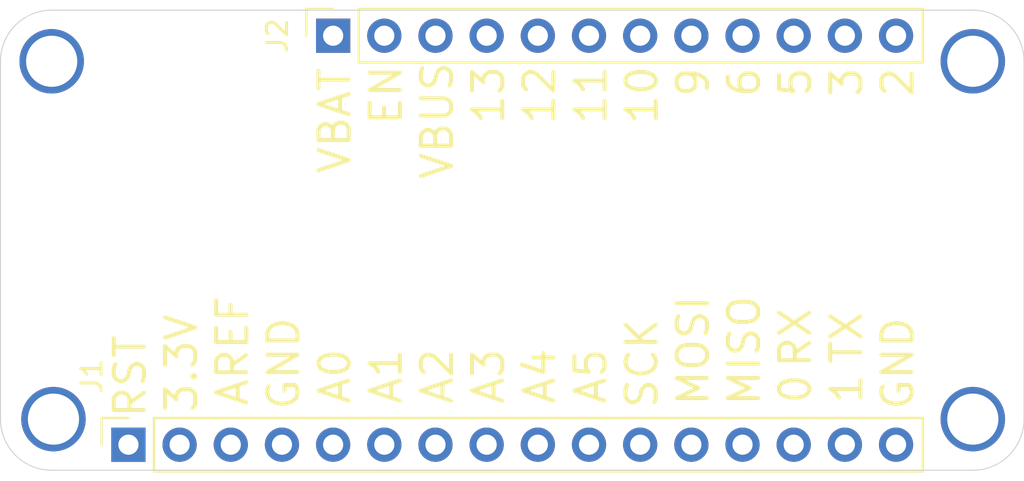
<source format=kicad_pcb>
(kicad_pcb (version 20221018) (generator pcbnew)
  (layers (0 "F.Cu" signal) (31 "B.Cu" signal) (34 "B.Paste" user) (35 "F.Paste" user) (36 "B.SilkS" user "B.Silkscreen") (37 "F.SilkS" user "F.Silkscreen") (38 "B.Mask" user) (39 "F.Mask" user) (44 "Edge.Cuts" user))
  (net 0 "")
  (net 1 "/GND")
  (net 2 "/1 TX")
  (net 3 "/0 RX")
  (net 4 "/MISO")
  (net 5 "/MOSI")
  (net 6 "/SCK")
  (net 7 "/A5")
  (net 8 "/A4")
  (net 9 "/A3")
  (net 10 "/A2")
  (net 11 "/A1")
  (net 12 "/A0")
  (net 13 "/AREF")
  (net 14 "/RST")
  (net 15 "/3.3V")
  (net 16 "/VBAT")
  (net 17 "/EN")
  (net 18 "/VBUS")
  (net 19 "/13")
  (net 20 "/12")
  (net 21 "/11")
  (net 22 "/10")
  (net 23 "/9")
  (net 24 "/6")
  (net 25 "/5")
  (net 26 "/SCL")
  (net 27 "/SDA")
  (footprint "Connector_PinSocket_2.54mm:PinSocket_1x12_P2.54mm_Vertical" (layer "F.Cu") (at 139.6111 94.8436 90)
    (fp_text reference "J2" (at 0 -2.77 90) (layer "F.SilkS"))
    (fp_text value "Conn_01x12_Female" hide)
    (fp_line (start -1.33 1.27) (end -1.33 29.27) (stroke (width 0.12)) (layer "F.SilkS"))
    (fp_line (start -1.33 1.27) (end 1.33 1.27) (stroke (width 0.12)) (layer "F.SilkS"))
    (fp_line (start -1.33 29.27) (end 1.33 29.27) (stroke (width 0.12)) (layer "F.SilkS"))
    (fp_line (start 0 -1.33) (end 1.33 -1.33) (stroke (width 0.12)) (layer "F.SilkS"))
    (fp_line (start 1.33 -1.33) (end 1.33 0) (stroke (width 0.12)) (layer "F.SilkS"))
    (fp_line (start 1.33 1.27) (end 1.33 29.27) (stroke (width 0.12)) (layer "F.SilkS"))
    (pad "1" thru_hole rect (at 0 0 90) (size 1.7 1.7) (drill 1) (layers "*.Cu" "*.Mask") (net 16 "/VBAT"))
    (pad "2" thru_hole oval (at 0 2.54 90) (size 1.7 1.7) (drill 1) (layers "*.Cu" "*.Mask") (net 17 "/EN"))
    (pad "3" thru_hole oval (at 0 5.08 90) (size 1.7 1.7) (drill 1) (layers "*.Cu" "*.Mask") (net 18 "/VBUS"))
    (pad "4" thru_hole oval (at 0 7.62 90) (size 1.7 1.7) (drill 1) (layers "*.Cu" "*.Mask") (net 19 "/13"))
    (pad "5" thru_hole oval (at 0 10.16 90) (size 1.7 1.7) (drill 1) (layers "*.Cu" "*.Mask") (net 20 "/12"))
    (pad "6" thru_hole oval (at 0 12.7 90) (size 1.7 1.7) (drill 1) (layers "*.Cu" "*.Mask") (net 21 "/11"))
    (pad "7" thru_hole oval (at 0 15.24 90) (size 1.7 1.7) (drill 1) (layers "*.Cu" "*.Mask") (net 22 "/10"))
    (pad "8" thru_hole oval (at 0 17.78 90) (size 1.7 1.7) (drill 1) (layers "*.Cu" "*.Mask") (net 23 "/9"))
    (pad "9" thru_hole oval (at 0 20.32 90) (size 1.7 1.7) (drill 1) (layers "*.Cu" "*.Mask") (net 24 "/6"))
    (pad "10" thru_hole oval (at 0 22.86 90) (size 1.7 1.7) (drill 1) (layers "*.Cu" "*.Mask") (net 25 "/5"))
    (pad "11" thru_hole oval (at 0 25.4 90) (size 1.7 1.7) (drill 1) (layers "*.Cu" "*.Mask") (net 26 "/SCL"))
    (pad "12" thru_hole oval (at 0 27.94 90) (size 1.7 1.7) (drill 1) (layers "*.Cu" "*.Mask") (net 27 "/SDA"))
  )
  (footprint "Connector_PinSocket_2.54mm:PinSocket_1x16_P2.54mm_Vertical" (layer "F.Cu") (at 129.4511 115.1636 90)
    (fp_text reference "J1" (at 3.4036 -1.8161 90) (layer "F.SilkS"))
    (fp_text value "Conn_01x16_Female" hide)
    (fp_line (start -1.33 1.27) (end -1.33 39.43) (stroke (width 0.12)) (layer "F.SilkS"))
    (fp_line (start -1.33 1.27) (end 1.33 1.27) (stroke (width 0.12)) (layer "F.SilkS"))
    (fp_line (start -1.33 39.43) (end 1.33 39.43) (stroke (width 0.12)) (layer "F.SilkS"))
    (fp_line (start 0 -1.33) (end 1.33 -1.33) (stroke (width 0.12)) (layer "F.SilkS"))
    (fp_line (start 1.33 -1.33) (end 1.33 0) (stroke (width 0.12)) (layer "F.SilkS"))
    (fp_line (start 1.33 1.27) (end 1.33 39.43) (stroke (width 0.12)) (layer "F.SilkS"))
    (pad "1" thru_hole rect (at 0 0 90) (size 1.7 1.7) (drill 1) (layers "*.Cu" "*.Mask") (net 1 "/GND"))
    (pad "2" thru_hole oval (at 0 2.54 90) (size 1.7 1.7) (drill 1) (layers "*.Cu" "*.Mask") (net 2 "/1 TX"))
    (pad "3" thru_hole oval (at 0 5.08 90) (size 1.7 1.7) (drill 1) (layers "*.Cu" "*.Mask") (net 3 "/0 RX"))
    (pad "4" thru_hole oval (at 0 7.62 90) (size 1.7 1.7) (drill 1) (layers "*.Cu" "*.Mask") (net 4 "/MISO"))
    (pad "5" thru_hole oval (at 0 10.16 90) (size 1.7 1.7) (drill 1) (layers "*.Cu" "*.Mask") (net 5 "/MOSI"))
    (pad "6" thru_hole oval (at 0 12.7 90) (size 1.7 1.7) (drill 1) (layers "*.Cu" "*.Mask") (net 6 "/SCK"))
    (pad "7" thru_hole oval (at 0 15.24 90) (size 1.7 1.7) (drill 1) (layers "*.Cu" "*.Mask") (net 7 "/A5"))
    (pad "8" thru_hole oval (at 0 17.78 90) (size 1.7 1.7) (drill 1) (layers "*.Cu" "*.Mask") (net 8 "/A4"))
    (pad "9" thru_hole oval (at 0 20.32 90) (size 1.7 1.7) (drill 1) (layers "*.Cu" "*.Mask") (net 9 "/A3"))
    (pad "10" thru_hole oval (at 0 22.86 90) (size 1.7 1.7) (drill 1) (layers "*.Cu" "*.Mask") (net 10 "/A2"))
    (pad "11" thru_hole oval (at 0 25.4 90) (size 1.7 1.7) (drill 1) (layers "*.Cu" "*.Mask") (net 11 "/A1"))
    (pad "12" thru_hole oval (at 0 27.94 90) (size 1.7 1.7) (drill 1) (layers "*.Cu" "*.Mask") (net 12 "/A0"))
    (pad "13" thru_hole oval (at 0 30.48 90) (size 1.7 1.7) (drill 1) (layers "*.Cu" "*.Mask") (net 1 "/GND"))
    (pad "14" thru_hole oval (at 0 33.02 90) (size 1.7 1.7) (drill 1) (layers "*.Cu" "*.Mask") (net 13 "/AREF"))
    (pad "15" thru_hole oval (at 0 35.56 90) (size 1.7 1.7) (drill 1) (layers "*.Cu" "*.Mask") (net 15 "/3.3V"))
    (pad "16" thru_hole oval (at 0 38.1 90) (size 1.7 1.7) (drill 1) (layers "*.Cu" "*.Mask") (net 14 "/RST"))
  )
  (gr_arc (start 171.3611 93.5736) (mid 173.157151 94.317549) (end 173.9011 96.1136) (stroke (width 0.05)) (layer "Edge.Cuts"))
  (gr_line (start 125.6411 93.5736) (end 171.3611 93.5736) (stroke (width 0.05)) (layer "Edge.Cuts"))
  (gr_line (start 123.1011 113.8936) (end 123.1011 96.1136) (stroke (width 0.05)) (layer "Edge.Cuts"))
  (gr_line (start 173.9011 96.1136) (end 173.9011 113.8936) (stroke (width 0.05)) (layer "Edge.Cuts"))
  (gr_arc (start 123.1011 96.1136) (mid 123.845049 94.317549) (end 125.6411 93.5736) (stroke (width 0.05)) (layer "Edge.Cuts"))
  (gr_arc (start 173.9011 113.8936) (mid 173.157151 115.689651) (end 171.3611 116.4336) (stroke (width 0.05)) (layer "Edge.Cuts"))
  (gr_arc (start 125.6411 116.4336) (mid 123.845049 115.689651) (end 123.1011 113.8936) (stroke (width 0.05)) (layer "Edge.Cuts"))
  (gr_line (start 171.3611 116.4336) (end 125.6411 116.4336) (stroke (width 0.05)) (layer "Edge.Cuts"))
  (gr_text "VBAT" (at 139.7 99.06 90) (layer "F.SilkS") (effects (font (size 1.5 1.5) (thickness 0.2))))
  (gr_text "GND" (at 167.64 111.125 90) (layer "F.SilkS") (effects (font (size 1.5 1.5) (thickness 0.2))))
  (gr_text "12" (at 149.86 97.79 90) (layer "F.SilkS") (effects (font (size 1.5 1.5) (thickness 0.2))))
  (gr_text "SCK" (at 154.94 111.125 90) (layer "F.SilkS") (effects (font (size 1.5 1.5) (thickness 0.2))))
  (gr_text "VBUS" (at 144.78 99.06 90) (layer "F.SilkS") (effects (font (size 1.5 1.5) (thickness 0.2))))
  (gr_text "RST" (at 129.54 111.76 90) (layer "F.SilkS") (effects (font (size 1.5 1.5) (thickness 0.2))))
  (gr_text "13" (at 147.32 97.79 90) (layer "F.SilkS") (effects (font (size 1.5 1.5) (thickness 0.2))))
  (gr_text "5" (at 162.56 97.155 90) (layer "F.SilkS") (effects (font (size 1.5 1.5) (thickness 0.2))))
  (gr_text "3.3V" (at 132.08 111.125 90) (layer "F.SilkS") (effects (font (size 1.5 1.5) (thickness 0.2))))
  (gr_text "A2" (at 144.78 111.76 90) (layer "F.SilkS") (effects (font (size 1.5 1.5) (thickness 0.2))))
  (gr_text "9" (at 157.48 97.155 90) (layer "F.SilkS") (effects (font (size 1.5 1.5) (thickness 0.2))))
  (gr_text "11" (at 152.4 97.79 90) (layer "F.SilkS") (effects (font (size 1.5 1.5) (thickness 0.2))))
  (gr_text "RX" (at 162.56 109.855 90) (layer "F.SilkS") (effects (font (size 1.5 1.5) (thickness 0.2))))
  (gr_text "10" (at 154.94 97.79 90) (layer "F.SilkS") (effects (font (size 1.5 1.5) (thickness 0.2))))
  (gr_text "2" (at 167.64 97.155 90) (layer "F.SilkS") (effects (font (size 1.5 1.5) (thickness 0.2))))
  (gr_text "AREF" (at 134.62 110.49 90) (layer "F.SilkS") (effects (font (size 1.5 1.5) (thickness 0.2))))
  (gr_text "EN" (at 142.24 97.79 90) (layer "F.SilkS") (effects (font (size 1.5 1.5) (thickness 0.2))))
  (gr_text "A5" (at 152.4 111.76 90) (layer "F.SilkS") (effects (font (size 1.5 1.5) (thickness 0.2))))
  (gr_text "TX" (at 165.1 109.855 90) (layer "F.SilkS") (effects (font (size 1.5 1.5) (thickness 0.2))))
  (gr_text "6" (at 160.02 97.155 90) (layer "F.SilkS") (effects (font (size 1.5 1.5) (thickness 0.2))))
  (gr_text "A0" (at 139.7 111.76 90) (layer "F.SilkS") (effects (font (size 1.5 1.5) (thickness 0.2))))
  (gr_text "1" (at 165.1 112.395 90) (layer "F.SilkS") (effects (font (size 1.5 1.5) (thickness 0.2))))
  (gr_text "A3" (at 147.32 111.76 90) (layer "F.SilkS") (effects (font (size 1.5 1.5) (thickness 0.2))))
  (gr_text "A4" (at 149.86 111.76 90) (layer "F.SilkS") (effects (font (size 1.5 1.5) (thickness 0.2))))
  (gr_text "GND" (at 137.16 111.125 90) (layer "F.SilkS") (effects (font (size 1.5 1.5) (thickness 0.2))))
  (gr_text "0" (at 162.56 112.395 90) (layer "F.SilkS") (effects (font (size 1.5 1.5) (thickness 0.2))))
  (gr_text "MOSI" (at 157.48 110.49 90) (layer "F.SilkS") (effects (font (size 1.5 1.5) (thickness 0.2))))
  (gr_text "MISO" (at 160.02 110.49 90) (layer "F.SilkS") (effects (font (size 1.5 1.5) (thickness 0.2))))
  (gr_text "3" (at 165.1 97.155 90) (layer "F.SilkS") (effects (font (size 1.5 1.5) (thickness 0.2))))
  (gr_text "A1" (at 142.24 111.76 90) (layer "F.SilkS") (effects (font (size 1.5 1.5) (thickness 0.2))))
  (via (at 171.3611 113.8936) (size 3.2) (drill 2.54) (layers "F.Cu" "B.Cu") (net 0))
  (via (at 171.3611 96.1136) (size 3.2) (drill 2.54) (layers "F.Cu" "B.Cu") (net 0))
  (via (at 125.73 113.8936) (size 3.2) (drill 2.54) (layers "F.Cu" "B.Cu") (net 0))
  (via (at 125.6411 96.1136) (size 3.2) (drill 2.54) (layers "F.Cu" "B.Cu") (net 0))
)
</source>
